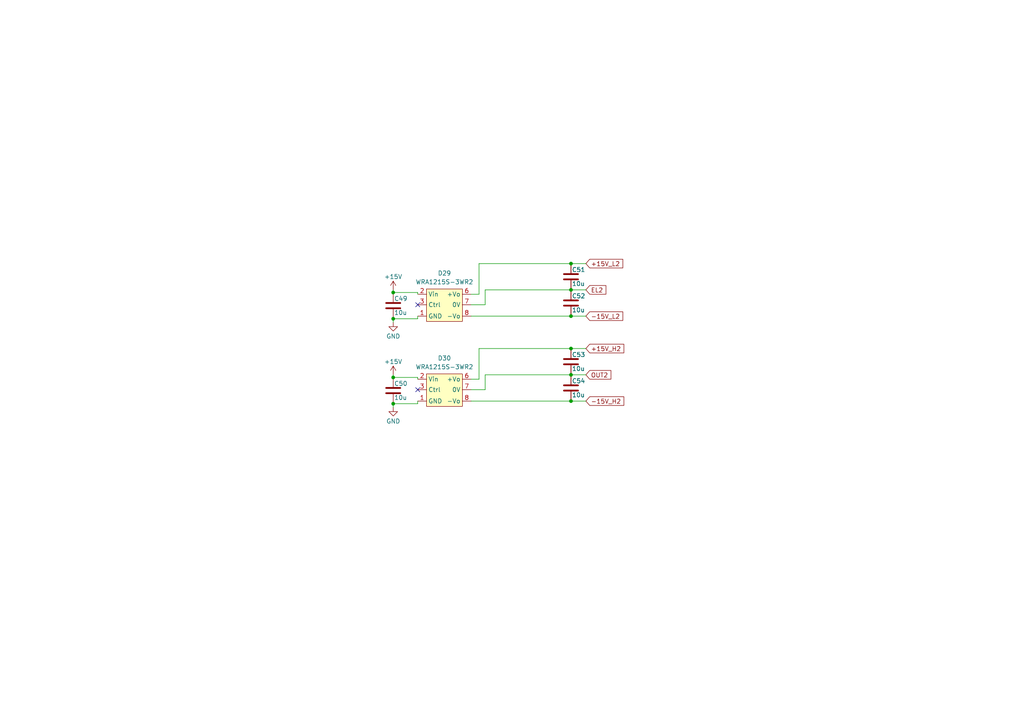
<source format=kicad_sch>
(kicad_sch (version 20211123) (generator eeschema)
  (paper "A4")
  (lib_symbols
    (symbol "Device:C" (pin_numbers hide) (pin_names (offset 0.254))
      (property "Reference" "C" (at 0.635 2.54 0))
      (property "Value" "C" (at 0.635 -2.54 0))
      (symbol "C_0_1"
        (polyline (pts (xy -2.032 -0.762) (xy 2.032 -0.762)) (stroke (width 0.508)))
        (polyline (pts (xy -2.032 0.762) (xy 2.032 0.762)) (stroke (width 0.508)))
      )
      (symbol "C_1_1"
        (pin passive line (at 0 3.81 270) (length 2.794) (name "~") (number "1"))
        (pin passive line (at 0 -3.81 90) (length 2.794) (name "~") (number "2"))
      )
    )
    (symbol "Morsun:WRA1215S-3WR2"
      (property "Reference" "D" (at 0 0 0))
      (property "Value" "WRA1215S-3WR2" (at -0.254 1.778 0))
      (symbol "WRA1215S-3WR2_0_1"
        (rectangle (start -5.334 -1.27) (end 5.08 -10.668) (fill (type background)))
      )
      (symbol "WRA1215S-3WR2_1_1"
        (pin input line (at -7.874 -9.144 0) (length 2.54) (name "GND") (number "1"))
        (pin input line (at -7.874 -2.794 0) (length 2.54) (name "Vin") (number "2"))
        (pin input line (at -7.874 -5.842 0) (length 2.54) (name "Ctrl") (number "3"))
        (pin input line (at 7.62 -2.794 180) (length 2.54) (name "+Vo") (number "6"))
        (pin input line (at 7.62 -5.842 180) (length 2.54) (name "0V") (number "7"))
        (pin input line (at 7.62 -9.144 180) (length 2.54) (name "-Vo") (number "8"))
      )
    )
    (symbol "power:+15V" (power) (pin_names (offset 0))
      (property "Value" "+15V" (at 0 3.556 0))
      (symbol "+15V_0_1"
        (polyline (pts (xy -0.762 1.27) (xy 0 2.54)))
        (polyline (pts (xy 0 0) (xy 0 2.54)))
        (polyline (pts (xy 0 2.54) (xy 0.762 1.27)))
      )
      (symbol "+15V_1_1"
        (pin power_in line (at 0 0 90) (length 0) hide (name "+15V") (number "1"))
      )
    )
    (symbol "power:GND" (power) (pin_names (offset 0))
      (property "Value" "GND" (at 0 -3.81 0))
      (symbol "GND_0_1"
        (polyline (pts (xy 0 0) (xy 0 -1.27) (xy 1.27 -1.27) (xy 0 -2.54) (xy -1.27 -1.27) (xy 0 -1.27)))
      )
      (symbol "GND_1_1"
        (pin power_in line (at 0 0 270) (length 0) hide (name "GND") (number "1"))
      )
    )
  )
  (junction (at 165.608 76.454))
  (junction (at 165.608 84.074))
  (junction (at 165.608 108.712))
  (junction (at 114.046 92.456))
  (junction (at 165.608 116.332))
  (junction (at 114.046 84.836))
  (junction (at 114.046 117.094))
  (junction (at 114.046 109.474))
  (junction (at 165.608 91.694))
  (junction (at 165.608 101.092))
  (no_connect (at 121.158 113.03))
  (no_connect (at 121.158 88.392))
  (wire (pts (xy 121.158 117.094) (xy 121.158 116.332)))
  (wire (pts (xy 140.716 113.03) (xy 140.716 108.712)))
  (wire (pts (xy 114.046 117.094) (xy 114.046 118.11)))
  (wire (pts (xy 121.158 84.836) (xy 121.158 85.344)))
  (wire (pts (xy 138.938 76.454) (xy 138.938 85.344)))
  (wire (pts (xy 138.938 85.344) (xy 136.652 85.344)))
  (wire (pts (xy 165.608 101.092) (xy 138.938 101.092)))
  (wire (pts (xy 138.938 109.982) (xy 136.652 109.982)))
  (wire (pts (xy 114.046 92.456) (xy 114.046 93.472)))
  (wire (pts (xy 114.046 109.474) (xy 121.158 109.474)))
  (wire (pts (xy 165.608 76.454) (xy 138.938 76.454)))
  (wire (pts (xy 136.652 88.392) (xy 140.716 88.392)))
  (wire (pts (xy 165.608 108.712) (xy 169.926 108.712)))
  (wire (pts (xy 140.716 88.392) (xy 140.716 84.074)))
  (wire (pts (xy 140.716 108.712) (xy 165.608 108.712)))
  (wire (pts (xy 165.608 101.092) (xy 169.926 101.092)))
  (wire (pts (xy 165.608 91.694) (xy 169.926 91.694)))
  (wire (pts (xy 114.046 92.456) (xy 121.158 92.456)))
  (wire (pts (xy 136.652 116.332) (xy 165.608 116.332)))
  (wire (pts (xy 114.046 108.712) (xy 114.046 109.474)))
  (wire (pts (xy 114.046 84.836) (xy 121.158 84.836)))
  (wire (pts (xy 136.652 113.03) (xy 140.716 113.03)))
  (wire (pts (xy 121.158 92.456) (xy 121.158 91.694)))
  (wire (pts (xy 138.938 101.092) (xy 138.938 109.982)))
  (wire (pts (xy 114.046 84.074) (xy 114.046 84.836)))
  (wire (pts (xy 165.608 76.454) (xy 169.926 76.454)))
  (wire (pts (xy 140.716 84.074) (xy 165.608 84.074)))
  (wire (pts (xy 165.608 84.074) (xy 169.926 84.074)))
  (wire (pts (xy 165.608 116.332) (xy 169.926 116.332)))
  (wire (pts (xy 136.652 91.694) (xy 165.608 91.694)))
  (wire (pts (xy 121.158 109.474) (xy 121.158 109.982)))
  (wire (pts (xy 114.046 117.094) (xy 121.158 117.094)))
  (global_label "-15V_H2" (shape input) (at 169.926 116.332 0) (property "Intersheet References" "${INTERSHEET_REFS}" (effects hide)))
  (global_label "EL2" (shape input) (at 169.926 84.074 0) (property "Intersheet References" "${INTERSHEET_REFS}" (effects hide)))
  (global_label "OUT2" (shape input) (at 169.926 108.712 0) (property "Intersheet References" "${INTERSHEET_REFS}" (effects hide)))
  (global_label "+15V_H2" (shape input) (at 169.926 101.092 0) (property "Intersheet References" "${INTERSHEET_REFS}" (effects hide)))
  (global_label "-15V_L2" (shape input) (at 169.926 91.694 0) (property "Intersheet References" "${INTERSHEET_REFS}" (effects hide)))
  (global_label "+15V_L2" (shape input) (at 169.926 76.454 0) (property "Intersheet References" "${INTERSHEET_REFS}" (effects hide)))
  (symbol (lib_id "Device:C") (at 165.608 87.884 0) (unit 1)
    (property "Reference" "C52" (at 165.862 85.852 0) (effects (justify left)))
    (property "Value" "10u" (at 165.862 89.916 0) (effects (justify left)))
    (property "Footprint" "Capacitor_SMD:C_1210_3225Metric_Pad1.33x2.70mm_HandSolder" (effects hide))
  )
  (symbol (lib_id "Device:C") (at 165.608 112.522 0) (unit 1)
    (property "Reference" "C54" (at 165.862 110.49 0) (effects (justify left)))
    (property "Value" "10u" (at 165.862 114.554 0) (effects (justify left)))
    (property "Footprint" "Capacitor_SMD:C_1210_3225Metric_Pad1.33x2.70mm_HandSolder" (effects hide))
  )
  (symbol (lib_id "Device:C") (at 114.046 88.646 0) (unit 1)
    (property "Reference" "C49" (at 114.3 86.614 0) (effects (justify left)))
    (property "Value" "10u" (at 114.3 90.678 0) (effects (justify left)))
    (property "Footprint" "Capacitor_SMD:C_1210_3225Metric_Pad1.33x2.70mm_HandSolder" (effects hide))
  )
  (symbol (lib_id "power:GND") (at 114.046 93.472 0) (unit 1)
    (property "Reference" "#PWR0173" (effects hide))
    (property "Value" "GND" (at 112.014 97.536 0) (effects (justify left)))
  )
  (symbol (lib_id "power:+15V") (at 114.046 108.712 0) (unit 1)
    (property "Reference" "#PWR081" (effects hide))
    (property "Value" "+15V" (at 114.046 104.902 0))
  )
  (symbol (lib_id "power:GND") (at 114.046 118.11 0) (unit 1)
    (property "Reference" "#PWR0174" (effects hide))
    (property "Value" "GND" (at 112.014 122.174 0) (effects (justify left)))
  )
  (symbol (lib_id "power:+15V") (at 114.046 84.074 0) (unit 1)
    (property "Reference" "#PWR079" (effects hide))
    (property "Value" "+15V" (at 114.046 80.264 0))
  )
  (symbol (lib_id "Device:C") (at 165.608 104.902 0) (unit 1)
    (property "Reference" "C53" (at 165.862 102.87 0) (effects (justify left)))
    (property "Value" "10u" (at 165.862 106.934 0) (effects (justify left)))
    (property "Footprint" "Capacitor_SMD:C_1210_3225Metric_Pad1.33x2.70mm_HandSolder" (effects hide))
  )
  (symbol (lib_id "Morsun:WRA1215S-3WR2") (at 129.032 82.55 0) (unit 1)
    (property "Reference" "D29" (at 128.905 79.248 0))
    (property "Value" "WRA1215S-3WR2" (at 128.905 81.788 0))
    (property "Footprint" "Mornsun:WRA1215S-3WR2" (effects hide))
  )
  (symbol (lib_id "Device:C") (at 114.046 113.284 0) (unit 1)
    (property "Reference" "C50" (at 114.3 111.252 0) (effects (justify left)))
    (property "Value" "10u" (at 114.3 115.316 0) (effects (justify left)))
    (property "Footprint" "Capacitor_SMD:C_1210_3225Metric_Pad1.33x2.70mm_HandSolder" (effects hide))
  )
  (symbol (lib_id "Morsun:WRA1215S-3WR2") (at 129.032 107.188 0) (unit 1)
    (property "Reference" "D30" (at 128.905 103.886 0))
    (property "Value" "WRA1215S-3WR2" (at 128.905 106.426 0))
    (property "Footprint" "Mornsun:WRA1215S-3WR2" (effects hide))
  )
  (symbol (lib_id "Device:C") (at 165.608 80.264 0) (unit 1)
    (property "Reference" "C51" (at 165.862 78.232 0) (effects (justify left)))
    (property "Value" "10u" (at 165.862 82.296 0) (effects (justify left)))
    (property "Footprint" "Capacitor_SMD:C_1210_3225Metric_Pad1.33x2.70mm_HandSolder" (effects hide))
  )
)
</source>
